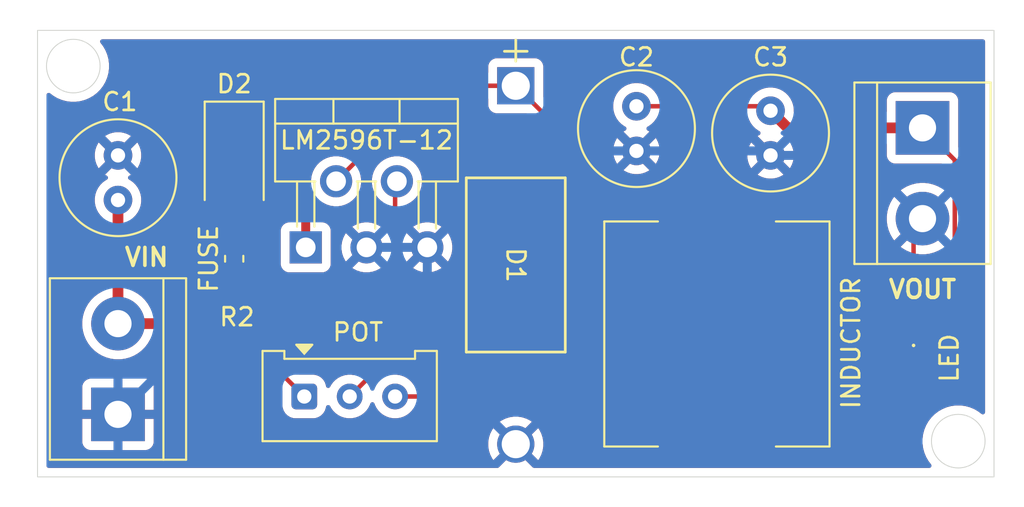
<source format=kicad_pcb>
(kicad_pcb (version 20241229) (generator "pcbnew") (generator_version "9.0")
  (layers (0 "F.Cu" signal) (2 "B.Cu" signal) (13 "F.Paste" user) (15 "B.Paste" user) (5 "F.SilkS" user "F.Silkscreen") (7 "B.SilkS" user "B.Silkscreen") (1 "F.Mask" user) (3 "B.Mask" user) (25 "Edge.Cuts" user))
  (net 0 "")
  (net 1 "Net-(J1-Pin_2)")
  (net 2 "GNDREF")
  (net 3 "Net-(D3-A)")
  (net 4 "Net-(D1-K)")
  (net 5 "Net-(D2-K)")
  (net 6 "Net-(D2-A)")
  (net 7 "Net-(R2-Pad1)")
  (net 8 "Net-(U1-FB)")
  (footprint "Fuse:Fuse_0603_1608Metric" (layer "F.Cu") (at 102 103.2875 90)
    (property "Reference" "FUSE" (at 0 -1.43 90) (layer "F.SilkS"))
    (property "Value" "Fuse")
    (fp_line (start -0.162779 -0.51) (end 0.162779 -0.51) (stroke (width 0.12)) (layer "F.SilkS"))
    (fp_line (start -0.162779 0.51) (end 0.162779 0.51) (stroke (width 0.12)) (layer "F.SilkS"))
    (pad "1" smd roundrect (at -0.7875 0 90) (size 0.875 0.95) (layers "F.Cu" "F.Mask" "F.Paste") (net 1 "Net-(J1-Pin_2)"))
    (pad "2" smd roundrect (at 0.7875 0 90) (size 0.875 0.95) (layers "F.Cu" "F.Mask" "F.Paste") (net 6 "Net-(D2-A)"))
  )
  (footprint "Resistor_SMD:R_0201_0603Metric" (layer "F.Cu") (at 102.155 105.5 180)
    (property "Reference" "R2" (at 0 -1.05 0) (layer "F.SilkS"))
    (property "Value" "1.21k")
    (pad "1" smd roundrect (at -0.32 0 180) (size 0.46 0.4) (layers "F.Cu" "F.Mask") (net 7 "Net-(R2-Pad1)"))
    (pad "2" smd roundrect (at 0.32 0 180) (size 0.46 0.4) (layers "F.Cu" "F.Mask") (net 2 "GNDREF"))
  )
  (footprint "Package_TO_SOT_THT:TO-220-5_P3.4x3.7mm_StaggerOdd_Lead3.8mm_Vertical" (layer "F.Cu") (at 106 102.65)
    (property "Reference" "LM2596T-12" (at 3.4 -6 0) (layer "F.SilkS"))
    (property "Value" "LM2596T-12")
    (fp_line (start -1.71 -8.31) (end 8.51 -8.31) (stroke (width 0.12)) (layer "F.SilkS"))
    (fp_line (start -1.71 -6.93) (end 8.51 -6.93) (stroke (width 0.12)) (layer "F.SilkS"))
    (fp_line (start -1.71 -3.69) (end -1.71 -8.31) (stroke (width 0.12)) (layer "F.SilkS"))
    (fp_line (start -0.485 -3.69) (end -0.485 -1.16) (stroke (width 0.12)) (layer "F.SilkS"))
    (fp_line (start 0.485 -3.69) (end 0.485 -1.16) (stroke (width 0.12)) (layer "F.SilkS"))
    (fp_line (start 0.54 -3.69) (end -1.71 -3.69) (stroke (width 0.12)) (layer "F.SilkS"))
    (fp_line (start 1.55 -8.31) (end 1.55 -6.93) (stroke (width 0.12)) (layer "F.SilkS"))
    (fp_line (start 2.915 -3.69) (end 2.915 -1.054) (stroke (width 0.12)) (layer "F.SilkS"))
    (fp_line (start 3.885 -3.69) (end 3.885 -1.054) (stroke (width 0.12)) (layer "F.SilkS"))
    (fp_line (start 3.94 -3.69) (end 2.86 -3.69) (stroke (width 0.12)) (layer "F.SilkS"))
    (fp_line (start 5.25 -8.31) (end 5.25 -6.93) (stroke (width 0.12)) (layer "F.SilkS"))
    (fp_line (start 6.315 -3.69) (end 6.315 -1.054) (stroke (width 0.12)) (layer "F.SilkS"))
    (fp_line (start 7.285 -3.69) (end 7.285 -1.054) (stroke (width 0.12)) (layer "F.SilkS"))
    (fp_line (start 8.51 -8.31) (end 8.51 -3.69) (stroke (width 0.12)) (layer "F.SilkS"))
    (fp_line (start 8.51 -3.69) (end 6.26 -3.69) (stroke (width 0.12)) (layer "F.SilkS"))
    (pad "1" thru_hole rect (at 0 0) (size 1.8 1.8) (drill 1.1) (layers "*.Cu" "*.Mask") (net 5 "Net-(D2-K)"))
    (pad "2" thru_hole circle (at 1.7 -3.7) (size 1.8 1.8) (drill 1.1) (layers "*.Cu" "*.Mask") (net 4 "Net-(D1-K)"))
    (pad "3" thru_hole circle (at 3.4 0) (size 1.8 1.8) (drill 1.1) (layers "*.Cu" "*.Mask") (net 2 "GNDREF"))
    (pad "4" thru_hole circle (at 5.1 -3.7) (size 1.8 1.8) (drill 1.1) (layers "*.Cu" "*.Mask") (net 8 "Net-(U1-FB)"))
    (pad "5" thru_hole circle (at 6.8 0) (size 1.8 1.8) (drill 1.1) (layers "*.Cu" "*.Mask") (net 2 "GNDREF"))
  )
  (footprint "TerminalBlock:TerminalBlock_bornier-2_P5.08mm" (layer "F.Cu") (at 140.5 95.96 -90)
    (property "Reference" "VOUT" (at 9.04 0 0) (layer "F.SilkS") (effects (font (thickness 0.2) (bold yes))))
    (property "Value" "Screw_Terminal_01x02" (hide yes))
    (fp_line (start -2.54 3.81) (end 7.62 3.81) (stroke (width 0.12)) (layer "F.SilkS"))
    (fp_line (start 7.62 3.81) (end 7.62 -3.81) (stroke (width 0.12)) (layer "F.SilkS"))
    (fp_line (start 7.62 2.54) (end -2.54 2.54) (stroke (width 0.12)) (layer "F.SilkS"))
    (fp_line (start -2.54 -3.81) (end -2.54 3.81) (stroke (width 0.12)) (layer "F.SilkS"))
    (fp_line (start 7.62 -3.81) (end -2.54 -3.81) (stroke (width 0.12)) (layer "F.SilkS"))
    (pad "1" thru_hole rect (at 0 0 270) (size 3 3) (drill 1.52) (layers "*.Cu" "*.Mask") (net 3 "Net-(D3-A)"))
    (pad "2" thru_hole circle (at 5.08 0 270) (size 3 3) (drill 1.52) (layers "*.Cu" "*.Mask") (net 2 "GNDREF"))
  )
  (footprint "Capacitor_THT:C_Radial_D6.3mm_H11.0mm_P2.50mm" (layer "F.Cu") (at 132 95 -90)
    (property "Reference" "C3" (at -3 0 0) (layer "F.SilkS"))
    (property "Value" "220uF")
    (fp_circle (center 1.25 0) (end 4.52 0) (stroke (width 0.12)) (fill no) (layer "F.SilkS"))
    (pad "1" thru_hole circle (at 0 0 270) (size 1.6 1.6) (drill 0.8) (layers "*.Cu" "*.Mask") (net 3 "Net-(D3-A)"))
    (pad "2" thru_hole circle (at 2.5 0 270) (size 1.6 1.6) (drill 0.8) (layers "*.Cu" "*.Mask") (net 2 "GNDREF"))
  )
  (footprint "Capacitor_THT:C_Radial_D6.3mm_H11.0mm_P2.50mm" (layer "F.Cu") (at 95.5 100 90)
    (property "Reference" "C1" (at 5.5 0.1 180) (layer "F.SilkS"))
    (property "Value" "100uF")
    (fp_circle (center 1.25 0) (end 4.52 0) (stroke (width 0.12)) (fill no) (layer "F.SilkS"))
    (pad "1" thru_hole circle (at 0 0 90) (size 1.6 1.6) (drill 0.8) (layers "*.Cu" "*.Mask") (net 1 "Net-(J1-Pin_2)"))
    (pad "2" thru_hole circle (at 2.5 0 90) (size 1.6 1.6) (drill 0.8) (layers "*.Cu" "*.Mask") (net 2 "GNDREF"))
  )
  (footprint "Potentiometer_THT:Potentiometer_Bourns_3386W_Horizontal" (layer "F.Cu") (at 105.92 111)
    (property "Reference" "POT" (at 3 -3.6 0) (layer "F.SilkS"))
    (property "Value" "50k")
    (fp_line (start -2.335 -2.55) (end -2.335 2.5) (stroke (width 0.12)) (layer "F.SilkS"))
    (fp_line (start -2.335 2.5) (end 7.415 2.5) (stroke (width 0.12)) (layer "F.SilkS"))
    (fp_line (start -1.115 -2.55) (end -2.335 -2.55) (stroke (width 0.12)) (layer "F.SilkS"))
    (fp_line (start -1.115 -2.55) (end -1.115 -2.11) (stroke (width 0.12)) (layer "F.SilkS"))
    (fp_line (start -1.115 -2.11) (end 6.195 -2.11) (stroke (width 0.12)) (layer "F.SilkS"))
    (fp_line (start 6.195 -2.55) (end 6.195 -2.11) (stroke (width 0.12)) (layer "F.SilkS"))
    (fp_line (start 6.195 -2.55) (end 7.415 -2.55) (stroke (width 0.12)) (layer "F.SilkS"))
    (fp_line (start 7.415 2.5) (end 7.415 -2.55) (stroke (width 0.12)) (layer "F.SilkS"))
    (fp_poly (pts (xy 0 -2.4) (xy 0.45 -2.9) (xy -0.45 -2.9)) (stroke (width 0.12)) (fill yes) (layer "F.SilkS"))
    (pad "1" thru_hole roundrect (at 0 0 90) (size 1.44 1.44) (drill 0.8) (layers "*.Cu" "*.Mask") (roundrect_rratio 0.1736111111) (net 7 "Net-(R2-Pad1)"))
    (pad "2" thru_hole circle (at 2.54 0 90) (size 1.44 1.44) (drill 0.8) (layers "*.Cu" "*.Mask") (net 8 "Net-(U1-FB)"))
    (pad "3" thru_hole circle (at 5.08 0 90) (size 1.44 1.44) (drill 0.8) (layers "*.Cu" "*.Mask") (net 3 "Net-(D3-A)"))
  )
  (footprint "TerminalBlock:TerminalBlock_bornier-2_P5.08mm" (layer "F.Cu") (at 95.5 112 90)
    (property "Reference" "VIN" (at 8.8 1.6 180) (layer "F.SilkS") (effects (font (thickness 0.2) (bold yes))))
    (property "Value" "Screw_Terminal_01x02" (hide yes))
    (fp_line (start 7.62 -3.81) (end -2.54 -3.81) (stroke (width 0.12)) (layer "F.SilkS"))
    (fp_line (start -2.54 -3.81) (end -2.54 3.81) (stroke (width 0.12)) (layer "F.SilkS"))
    (fp_line (start 7.62 2.54) (end -2.54 2.54) (stroke (width 0.12)) (layer "F.SilkS"))
    (fp_line (start 7.62 3.81) (end 7.62 -3.81) (stroke (width 0.12)) (layer "F.SilkS"))
    (fp_line (start -2.54 3.81) (end 7.62 3.81) (stroke (width 0.12)) (layer "F.SilkS"))
    (pad "1" thru_hole rect (at 0 0 90) (size 3 3) (drill 1.52) (layers "*.Cu" "*.Mask") (net 2 "GNDREF"))
    (pad "2" thru_hole circle (at 5.08 0 90) (size 3 3) (drill 1.52) (layers "*.Cu" "*.Mask") (net 1 "Net-(J1-Pin_2)"))
  )
  (footprint "Inductor_SMD:L_12x12mm_H8mm" (layer "F.Cu") (at 129 107.5 -90)
    (property "Reference" "INDUCTOR" (at 0.5 -7.5 90) (layer "F.SilkS"))
    (property "Value" "33uH")
    (fp_line (start -6.3 6.3) (end -6.3 3.3) (stroke (width 0.12)) (layer "F.SilkS"))
    (fp_line (start 6.3 6.3) (end -6.3 6.3) (stroke (width 0.12)) (layer "F.SilkS"))
    (fp_line (start 6.3 3.3) (end 6.3 6.3) (stroke (width 0.12)) (layer "F.SilkS"))
    (fp_line (start -6.3 -3.3) (end -6.3 -6.3) (stroke (width 0.12)) (layer "F.SilkS"))
    (fp_line (start -6.3 -6.3) (end 6.3 -6.3) (stroke (width 0.12)) (layer "F.SilkS"))
    (fp_line (start 6.3 -6.3) (end 6.3 -3.3) (stroke (width 0.12)) (layer "F.SilkS"))
    (pad "1" smd rect (at -4.95 0 270) (size 2.9 5.4) (layers "F.Cu" "F.Mask" "F.Paste") (net 4 "Net-(D1-K)"))
    (pad "2" smd rect (at 4.95 0 270) (size 2.9 5.4) (layers "F.Cu" "F.Mask" "F.Paste") (net 3 "Net-(D3-A)"))
  )
  (footprint "footprints:DIODE_1N5822-T_DIO" (layer "F.Cu") (at 117.75 93.602 -90)
    (property "Reference" "D1" (at 10.033 0 270) (layer "F.SilkS"))
    (property "Value" "1N5822")
    (fp_line (start 5.1562 2.7686) (end 14.9098 2.7686) (stroke (width 0.1524)) (layer "F.SilkS"))
    (fp_line (start 14.9098 2.7686) (end 14.9098 -2.7686) (stroke (width 0.1524)) (layer "F.SilkS"))
    (fp_line (start -2.5654 0) (end -1.37414 0) (stroke (width 0.1524)) (layer "F.SilkS"))
    (fp_line (start -1.9304 -0.635) (end -1.9304 0.635) (stroke (width 0.1524)) (layer "F.SilkS"))
    (fp_line (start 5.1562 -2.7686) (end 5.1562 2.7686) (stroke (width 0.1524)) (layer "F.SilkS"))
    (fp_line (start 14.9098 -2.7686) (end 5.1562 -2.7686) (stroke (width 0.1524)) (layer "F.SilkS"))
    (pad "1" thru_hole rect (at 0 0 270) (size 2.0828 2.0828) (drill 1.5748) (layers "*.Cu" "*.Mask") (net 4 "Net-(D1-K)"))
    (pad "2" thru_hole circle (at 20.066 0 270) (size 2.0828 2.0828) (drill 1.5748) (layers "*.Cu" "*.Mask") (net 2 "GNDREF"))
  )
  (footprint "LED_SMD:LED_0201_0603Metric" (layer "F.Cu") (at 140 109 -90)
    (property "Reference" "LED" (at -0.155 -2 90) (layer "F.SilkS"))
    (property "Value" "LED")
    (fp_circle (center -0.86 0) (end -0.81 0) (stroke (width 0.1)) (fill no) (layer "F.SilkS"))
    (pad "1" smd roundrect (at -0.32 0 270) (size 0.46 0.4) (layers "F.Cu" "F.Mask") (net 2 "GNDREF"))
    (pad "2" smd roundrect (at 0.32 0 270) (size 0.46 0.4) (layers "F.Cu" "F.Mask") (net 3 "Net-(D3-A)"))
  )
  (footprint "Capacitor_THT:C_Radial_D6.3mm_H11.0mm_P2.50mm" (layer "F.Cu") (at 124.5 94.75 -90)
    (property "Reference" "C2" (at -2.75 0 0) (layer "F.SilkS"))
    (property "Value" "100uF")
    (fp_circle (center 1.25 0) (end 4.52 0) (stroke (width 0.12)) (fill no) (layer "F.SilkS"))
    (pad "1" thru_hole circle (at 0 0 270) (size 1.6 1.6) (drill 0.8) (layers "*.Cu" "*.Mask") (net 3 "Net-(D3-A)"))
    (pad "2" thru_hole circle (at 2.5 0 270) (size 1.6 1.6) (drill 0.8) (layers "*.Cu" "*.Mask") (net 2 "GNDREF"))
  )
  (footprint "Diode_SMD:D_SMA" (layer "F.Cu") (at 102 98 -90)
    (property "Reference" "D2" (at -4.5 0 180) (layer "F.SilkS"))
    (property "Value" "SS14")
    (fp_line (start -3.51 1.65) (end 2 1.65) (stroke (width 0.12)) (layer "F.SilkS"))
    (fp_line (start -3.51 -1.65) (end -3.51 1.65) (stroke (width 0.12)) (layer "F.SilkS"))
    (fp_line (start -3.51 -1.65) (end 2 -1.65) (stroke (width 0.12)) (layer "F.SilkS"))
    (pad "1" smd roundrect (at -2 0 270) (size 2.5 1.8) (layers "F.Cu" "F.Mask" "F.Paste") (roundrect_rratio 0.1388888889) (net 5 "Net-(D2-K)"))
    (pad "2" smd roundrect (at 2 0 270) (size 2.5 1.8) (layers "F.Cu" "F.Mask" "F.Paste") (roundrect_rratio 0.1388888889) (net 6 "Net-(D2-A)"))
  )
  (gr_circle (center 142.5 113.5) (end 144 113.5) (stroke (width 0.05)) (fill no) (layer "Edge.Cuts"))
  (gr_circle (center 93 92.5) (end 94.5 92.5) (stroke (width 0.05)) (fill no) (layer "Edge.Cuts"))
  (gr_rect (start 91 90.5) (end 144.5 115.5) (stroke (width 0.05)) (fill no) (layer "Edge.Cuts"))
  (segment (start 99.155 106.92) (end 102 104.075) (width 0.6) (layer "F.Cu") (net 1))
  (segment (start 95.5 106.92) (end 95.5 100) (width 0.6) (layer "F.Cu") (net 1))
  (segment (start 95.5 106.92) (end 99.155 106.92) (width 0.6) (layer "F.Cu") (net 1))
  (segment (start 101.835 105.665) (end 95.5 112) (width 0.25) (layer "F.Cu") (net 2))
  (segment (start 140 101.54) (end 140.5 101.04) (width 0.25) (layer "F.Cu") (net 2))
  (segment (start 140 108.68) (end 140 101.54) (width 0.25) (layer "F.Cu") (net 2))
  (segment (start 101.835 105.5) (end 101.835 105.665) (width 0.25) (layer "F.Cu") (net 2))
  (segment (start 102.1 105.4) (end 106.65 105.4) (width 0.5) (layer "B.Cu") (net 2))
  (segment (start 112.8 108.718) (end 117.75 113.668) (width 0.5) (layer "B.Cu") (net 2))
  (segment (start 106.65 105.4) (end 109.4 102.65) (width 0.5) (layer "B.Cu") (net 2))
  (segment (start 109.4 102.65) (end 112.8 102.65) (width 0.5) (layer "B.Cu") (net 2))
  (segment (start 102.1 104.1) (end 102.1 105.4) (width 0.5) (layer "B.Cu") (net 2))
  (segment (start 95.5 112) (end 102.1 105.4) (width 0.5) (layer "B.Cu") (net 2))
  (segment (start 112.8 102.65) (end 112.8 108.718) (width 0.5) (layer "B.Cu") (net 2))
  (segment (start 118.2 97.25) (end 124.5 97.25) (width 0.5) (layer "B.Cu") (net 2))
  (segment (start 131.75 97.25) (end 132 97.5) (width 0.5) (layer "B.Cu") (net 2))
  (segment (start 95.5 97.5) (end 102.1 104.1) (width 0.5) (layer "B.Cu") (net 2))
  (segment (start 112.8 102.65) (end 118.2 97.25) (width 0.5) (layer "B.Cu") (net 2))
  (segment (start 124.5 97.25) (end 131.75 97.25) (width 0.5) (layer "B.Cu") (net 2))
  (segment (start 132 97.5) (end 136.96 97.5) (width 0.5) (layer "B.Cu") (net 2))
  (segment (start 136.96 97.5) (end 140.5 101.04) (width 0.5) (layer "B.Cu") (net 2))
  (segment (start 140.5 95.96) (end 132.96 95.96) (width 0.6) (layer "F.Cu") (net 3))
  (segment (start 121.15 112.45) (end 129 112.45) (width 0.3) (layer "F.Cu") (net 3))
  (segment (start 119.7 111) (end 111 111) (width 0.25) (layer "F.Cu") (net 3))
  (segment (start 136.87 112.45) (end 129 112.45) (width 0.25) (layer "F.Cu") (net 3))
  (segment (start 140.166942 109.32) (end 142.306 107.180942) (width 0.25) (layer "F.Cu") (net 3))
  (segment (start 140 109.32) (end 136.87 112.45) (width 0.25) (layer "F.Cu") (net 3))
  (segment (start 131.75 94.75) (end 132 95) (width 0.25) (layer "F.Cu") (net 3))
  (segment (start 142.306 107.180942) (end 142.306 97.766) (width 0.25) (layer "F.Cu") (net 3))
  (segment (start 132.96 95.96) (end 132 95) (width 0.6) (layer "F.Cu") (net 3))
  (segment (start 119.7 111) (end 121.15 112.45) (width 0.3) (layer "F.Cu") (net 3))
  (segment (start 124.5 94.75) (end 131.75 94.75) (width 0.25) (layer "F.Cu") (net 3))
  (segment (start 140 109.32) (end 140.166942 109.32) (width 0.25) (layer "F.Cu") (net 3))
  (segment (start 142.306 97.766) (end 140.5 95.96) (width 0.25) (layer "F.Cu") (net 3))
  (segment (start 126.698 102.55) (end 117.75 93.602) (width 0.25) (layer "F.Cu") (net 4))
  (segment (start 107.7 98.95) (end 113.048 93.602) (width 0.25) (layer "F.Cu") (net 4))
  (segment (start 129 102.55) (end 126.698 102.55) (width 0.25) (layer "F.Cu") (net 4))
  (segment (start 113.048 93.602) (end 117.75 93.602) (width 0.25) (layer "F.Cu") (net 4))
  (segment (start 102 96) (end 106 100) (width 0.5) (layer "F.Cu") (net 5))
  (segment (start 106 100) (end 106 102.65) (width 0.5) (layer "F.Cu") (net 5))
  (segment (start 102 102.5) (end 102 100) (width 0.5) (layer "F.Cu") (net 6))
  (segment (start 102.475 105.5) (end 102.475 107.555) (width 0.25) (layer "F.Cu") (net 7))
  (segment (start 102.475 107.555) (end 105.92 111) (width 0.25) (layer "F.Cu") (net 7))
  (segment (start 108.46 111) (end 111 108.46) (width 0.25) (layer "F.Cu") (net 8))
  (segment (start 111 108.46) (end 111 99.05) (width 0.25) (layer "F.Cu") (net 8))
  (segment (start 111 99.05) (end 111.1 98.95) (width 0.25) (layer "F.Cu") (net 8))
  (zone (net 2) (net_name "GNDREF") (layer "F.Cu") (connect_pads (clearance 0.5)) (min_thickness 0.25) (fill yes (thermal_gap 0.5) (thermal_bridge_width 0.5))
    (polygon (pts (xy 146.2 88.8) (xy 146.1 117) (xy 89 117) (xy 88.9 89)))
  )
  (zone (net 2) (net_name "GNDREF") (layer "B.Cu") (priority 1) (connect_pads (clearance 0.5)) (min_thickness 0.25) (fill yes (thermal_gap 0.5) (thermal_bridge_width 0.5))
    (polygon (pts (xy 88.9 89) (xy 146.2 88.8) (xy 146.1 117.2) (xy 89 117.1)))
  )
)
</source>
